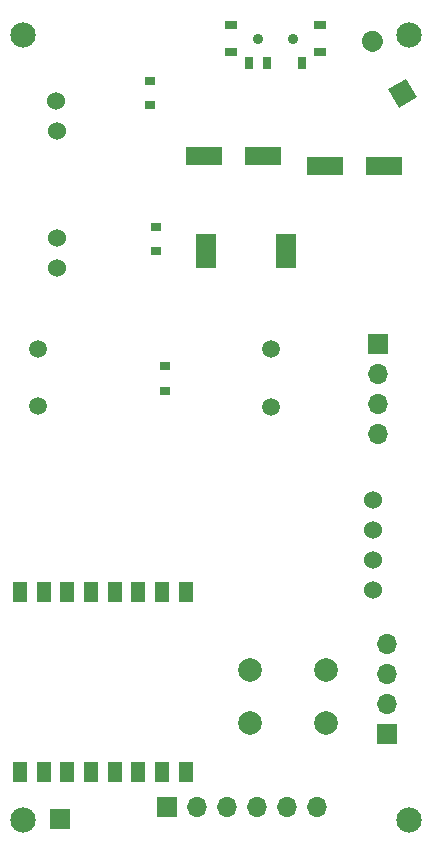
<source format=gts>
G04 #@! TF.GenerationSoftware,KiCad,Pcbnew,5.1.6-c6e7f7d~87~ubuntu18.04.1*
G04 #@! TF.CreationDate,2020-11-02T00:43:46+05:30*
G04 #@! TF.ProjectId,Sensor_pcb_v3,53656e73-6f72-45f7-9063-625f76332e6b,rev?*
G04 #@! TF.SameCoordinates,Original*
G04 #@! TF.FileFunction,Soldermask,Top*
G04 #@! TF.FilePolarity,Negative*
%FSLAX46Y46*%
G04 Gerber Fmt 4.6, Leading zero omitted, Abs format (unit mm)*
G04 Created by KiCad (PCBNEW 5.1.6-c6e7f7d~87~ubuntu18.04.1) date 2020-11-02 00:43:46*
%MOMM*%
%LPD*%
G01*
G04 APERTURE LIST*
%ADD10C,2.150000*%
%ADD11R,1.700000X1.700000*%
%ADD12O,1.700000X1.700000*%
%ADD13C,1.524000*%
%ADD14R,1.000000X0.800000*%
%ADD15R,0.700000X1.100000*%
%ADD16C,0.900000*%
%ADD17R,0.900000X0.800000*%
%ADD18R,1.200000X1.700000*%
%ADD19C,0.100000*%
%ADD20C,1.500000*%
%ADD21C,2.000000*%
%ADD22R,3.110000X1.580000*%
%ADD23R,1.750000X3.000000*%
G04 APERTURE END LIST*
D10*
X58158000Y-87795100D03*
X25446400Y-87795100D03*
X25440640Y-21361400D03*
X58158000Y-21361400D03*
D11*
X37655500Y-86700400D03*
D12*
X40195500Y-86700400D03*
X42735500Y-86700400D03*
X45275500Y-86700400D03*
X47815500Y-86700400D03*
X50355500Y-86700400D03*
D13*
X28298400Y-41092500D03*
X28288400Y-38552500D03*
D14*
X43072400Y-20483200D03*
X43072400Y-22783200D03*
X50572400Y-20483200D03*
X50572400Y-22783200D03*
D15*
X44572400Y-23683200D03*
X46072400Y-23683200D03*
X49072400Y-23683200D03*
D16*
X45322400Y-21633200D03*
X48322400Y-21633200D03*
D17*
X37465000Y-49358800D03*
X37465000Y-51458800D03*
X36677600Y-37552900D03*
X36677600Y-39652900D03*
D11*
X56235600Y-80518000D03*
D12*
X56235600Y-77978000D03*
X56235600Y-75438000D03*
X56235600Y-72898000D03*
D13*
X28283100Y-29464300D03*
X28273100Y-26924300D03*
D18*
X25204700Y-68526400D03*
X27204700Y-68526400D03*
X29204700Y-68526400D03*
X31204700Y-68526400D03*
X33204700Y-68526400D03*
X35204700Y-68526400D03*
X37204700Y-68526400D03*
X39204700Y-68526400D03*
X39204700Y-83756400D03*
X37204700Y-83756400D03*
X35204700Y-83756400D03*
X33204700Y-83756400D03*
X31204700Y-83756400D03*
X29204700Y-83756400D03*
X27204700Y-83756400D03*
X25204700Y-83756400D03*
D11*
X28562300Y-87688420D03*
X55473600Y-47475100D03*
D12*
X55473600Y-50015100D03*
X55473600Y-52555100D03*
X55473600Y-55095100D03*
D17*
X36215000Y-25193300D03*
X36215000Y-27293300D03*
G36*
G01*
X55474000Y-22638514D02*
X55474000Y-22638514D01*
G75*
G02*
X54244577Y-22309091I-450000J779423D01*
G01*
X54244577Y-22309091D01*
G75*
G02*
X54574000Y-21079668I779423J450000D01*
G01*
X54574000Y-21079668D01*
G75*
G02*
X55803423Y-21409091I450000J-779423D01*
G01*
X55803423Y-21409091D01*
G75*
G02*
X55474000Y-22638514I-779423J-450000D01*
G01*
G37*
D19*
G36*
X58793423Y-26587923D02*
G01*
X57234577Y-27487923D01*
X56334577Y-25929077D01*
X57893423Y-25029077D01*
X58793423Y-26587923D01*
G37*
D13*
X55107500Y-60744100D03*
X55107500Y-63284100D03*
X55107500Y-65824100D03*
X55107500Y-68364100D03*
D20*
X46454100Y-52830100D03*
X46454100Y-47950100D03*
X26746200Y-47896800D03*
X26746200Y-52776800D03*
D21*
X44620000Y-79618800D03*
X44620000Y-75118800D03*
X51120000Y-79618800D03*
X51120000Y-75118800D03*
D22*
X45723200Y-31551900D03*
X40723200Y-31551900D03*
X55982200Y-32402800D03*
X50982200Y-32402800D03*
D23*
X40940400Y-39603700D03*
X47690400Y-39603700D03*
M02*

</source>
